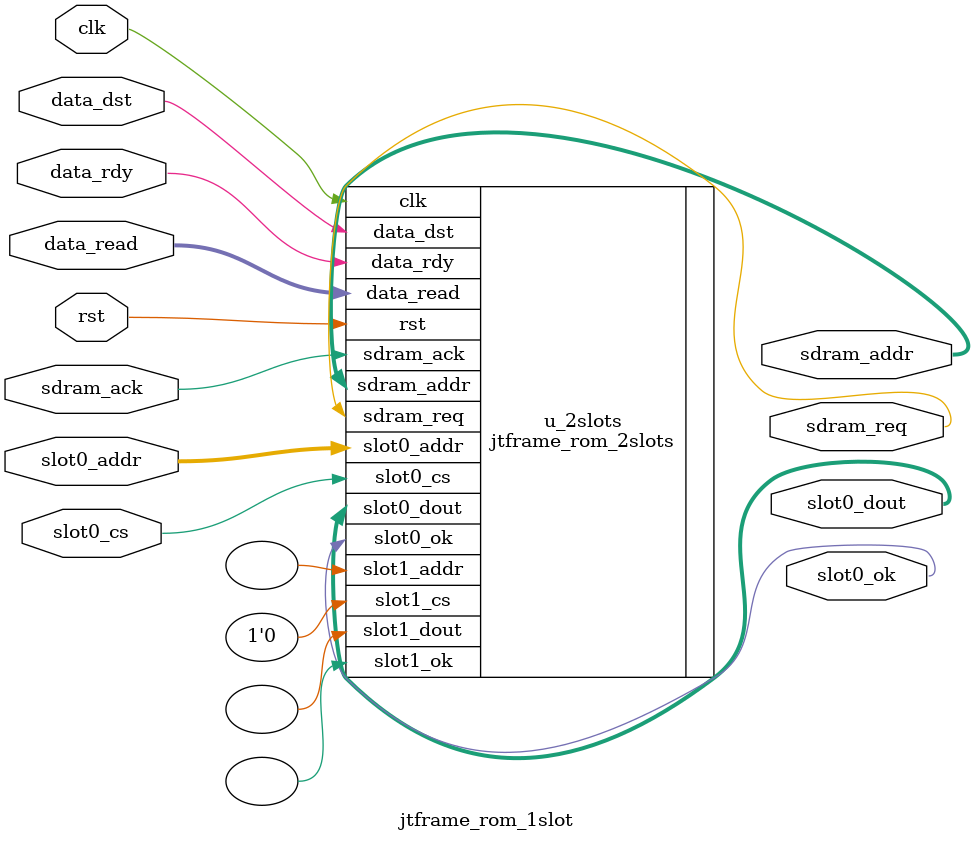
<source format=v>

/*  This file is part of JTFRAME.
    JTFRAME program is free software: you can redistribute it and/or modify
    it under the terms of the GNU General Public License as published by
    the Free Software Foundation, either version 3 of the License, or
    (at your option) any later version.

    JTFRAME program is distributed in the hope that it will be useful,
    but WITHOUT ANY WARRANTY; without even the implied warranty of
    MERCHANTABILITY or FITNESS FOR A PARTICULAR PURPOSE.  See the
    GNU General Public License for more details.

    You should have received a copy of the GNU General Public License
    along with JTFRAME.  If not, see <http://www.gnu.org/licenses/>.

    Author: Jose Tejada Gomez. Twitter: @topapate
    Version: 1.0
    Date: 11-1-2021 */

// 1 slots for SDRAM read-only access
// Each slot can be used for 8, 16 or 32 bit access
// Small 4 byte cache used for each slot

module jtframe_rom_1slot #(parameter
    SDRAMW       = 22,
    SLOT0_DW     = 8,
    SLOT0_AW     = 8,
    SLOT0_LATCH  = 0,
    SLOT0_DOUBLE = 0,
    SLOT0_OKLATCH= 1
)(
    input               rst,
    input               clk,

    input  [SLOT0_AW-1:0] slot0_addr,

    //  output data
    output [SLOT0_DW-1:0] slot0_dout,

    input               slot0_cs,
    output              slot0_ok,
    // SDRAM controller interface
    input               sdram_ack,
    output              sdram_req,
    output [SDRAMW-1:0] sdram_addr,
    input               data_dst,
    input               data_rdy,
    input       [15:0]  data_read
);

jtframe_rom_2slots #(
    .SDRAMW       ( SDRAMW        ),
    .SLOT0_AW     ( SLOT0_AW      ),
    .SLOT0_DW     ( SLOT0_DW      ),
    .SLOT0_LATCH  ( SLOT0_LATCH   ),
    .SLOT0_OFFSET ( 'h0           ),
    .SLOT0_DOUBLE ( SLOT0_DOUBLE  ),
    .SLOT0_OKLATCH( SLOT0_OKLATCH )
) u_2slots(
    .rst    ( rst       ),
    .clk    ( clk       ),

    .slot0_addr( slot0_addr ),
    .slot1_addr(            ),

    //  output data
    .slot0_dout( slot0_dout ),
    .slot1_dout(            ),

    .slot0_cs  ( slot0_cs   ),
    .slot1_cs  ( 1'b0       ),

    .slot0_ok  ( slot0_ok   ),
    .slot1_ok  (            ),
    // SDRAM controller interface
    .sdram_ack ( sdram_ack  ),
    .sdram_req ( sdram_req  ),
    .sdram_addr( sdram_addr ),
    .data_dst  ( data_dst   ),
    .data_rdy  ( data_rdy   ),
    .data_read ( data_read  )
);

endmodule
</source>
